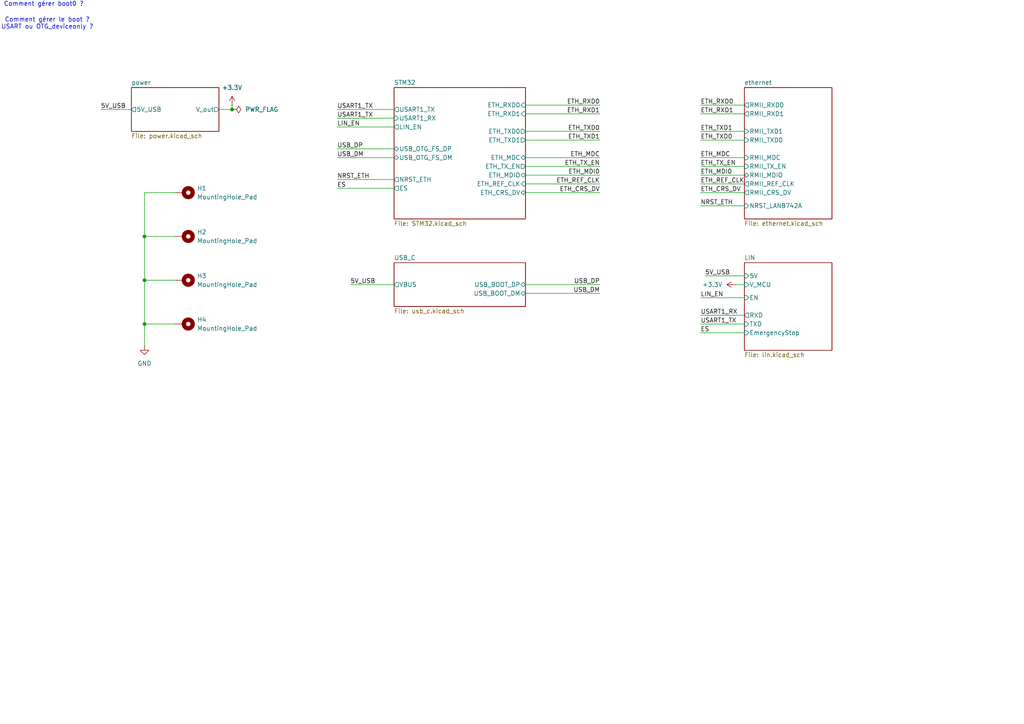
<source format=kicad_sch>
(kicad_sch (version 20231120) (generator "eeschema") (generator_version "8.0")
  (paper "A4")
  (title_block (title "Carte mère FabOS") (rev "1.0.0") (company "ENSEA"))
  (lib_symbols
    (symbol "Mechanical:MountingHole_Pad" (pin_numbers hide) (pin_names (offset 1.016) hide) (exclude_from_sim yes) (in_bom no)
      (property "Reference" "H" (at 0 6.35 0))
      (property "Value" "MountingHole_Pad" (at 0 4.445 0))
      (symbol "MountingHole_Pad_0_1"
        (circle (center 0 1.27) (radius 1.27) (stroke (width 1.27)))
      )
      (symbol "MountingHole_Pad_1_1"
        (pin input line (at 0 -2.54 90) (length 2.54) (name "1") (number "1"))
      )
    )
    (symbol "power:+3.3V" (power) (pin_numbers hide) (pin_names (offset 0) hide)
      (property "Value" "+3.3V" (at 0 3.556 0))
      (symbol "+3.3V_0_1"
        (polyline (pts (xy -0.762 1.27) (xy 0 2.54)))
        (polyline (pts (xy 0 0) (xy 0 2.54)))
        (polyline (pts (xy 0 2.54) (xy 0.762 1.27)))
      )
      (symbol "+3.3V_1_1"
        (pin power_in line (at 0 0 90) (length 0) (name "~") (number "1"))
      )
    )
    (symbol "power:GND" (power) (pin_numbers hide) (pin_names (offset 0) hide)
      (property "Value" "GND" (at 0 -3.81 0))
      (symbol "GND_0_1"
        (polyline (pts (xy 0 0) (xy 0 -1.27) (xy 1.27 -1.27) (xy 0 -2.54) (xy -1.27 -1.27) (xy 0 -1.27)))
      )
      (symbol "GND_1_1"
        (pin power_in line (at 0 0 270) (length 0) (name "~") (number "1"))
      )
    )
    (symbol "power:PWR_FLAG" (power) (pin_numbers hide) (pin_names (offset 0) hide)
      (property "Value" "PWR_FLAG" (at 0 3.81 0))
      (symbol "PWR_FLAG_0_0"
        (pin power_out line (at 0 0 90) (length 0) (name "~") (number "1"))
      )
      (symbol "PWR_FLAG_0_1"
        (polyline (pts (xy 0 0) (xy 0 1.27) (xy -1.016 1.905) (xy 0 2.54) (xy 1.016 1.905) (xy 0 1.27)))
      )
    )
  )
  (junction (at 41.91 93.98))
  (junction (at 41.91 68.58))
  (junction (at 41.91 81.28))
  (junction (at 67.31 31.75))
  (wire (pts (xy 97.79 36.83) (xy 114.3 36.83)))
  (wire (pts (xy 67.31 31.75) (xy 63.5 31.75)))
  (wire (pts (xy 203.2 59.69) (xy 215.9 59.69)))
  (wire (pts (xy 152.4 53.34) (xy 173.99 53.34)))
  (wire (pts (xy 97.79 31.75) (xy 114.3 31.75)))
  (wire (pts (xy 152.4 50.8) (xy 173.99 50.8)))
  (wire (pts (xy 204.47 80.01) (xy 215.9 80.01)))
  (wire (pts (xy 203.2 50.8) (xy 215.9 50.8)))
  (wire (pts (xy 152.4 33.02) (xy 173.99 33.02)))
  (wire (pts (xy 173.99 85.09) (xy 152.4 85.09)))
  (wire (pts (xy 203.2 86.36) (xy 215.9 86.36)))
  (wire (pts (xy 101.6 82.55) (xy 114.3 82.55)))
  (wire (pts (xy 97.79 43.18) (xy 114.3 43.18)))
  (wire (pts (xy 97.79 52.07) (xy 114.3 52.07)))
  (wire (pts (xy 152.4 40.64) (xy 173.99 40.64)))
  (wire (pts (xy 173.99 82.55) (xy 152.4 82.55)))
  (wire (pts (xy 152.4 55.88) (xy 173.99 55.88)))
  (wire (pts (xy 152.4 30.48) (xy 173.99 30.48)))
  (wire (pts (xy 213.36 82.55) (xy 215.9 82.55)))
  (wire (pts (xy 203.2 30.48) (xy 215.9 30.48)))
  (wire (pts (xy 152.4 38.1) (xy 173.99 38.1)))
  (wire (pts (xy 50.8 55.88) (xy 41.91 55.88)))
  (wire (pts (xy 97.79 45.72) (xy 114.3 45.72)))
  (wire (pts (xy 41.91 93.98) (xy 50.8 93.98)))
  (wire (pts (xy 41.91 68.58) (xy 41.91 81.28)))
  (wire (pts (xy 41.91 68.58) (xy 50.8 68.58)))
  (wire (pts (xy 203.2 96.52) (xy 215.9 96.52)))
  (wire (pts (xy 41.91 93.98) (xy 41.91 100.33)))
  (wire (pts (xy 203.2 91.44) (xy 215.9 91.44)))
  (wire (pts (xy 203.2 38.1) (xy 215.9 38.1)))
  (wire (pts (xy 41.91 81.28) (xy 50.8 81.28)))
  (wire (pts (xy 41.91 55.88) (xy 41.91 68.58)))
  (wire (pts (xy 29.21 31.75) (xy 38.1 31.75)))
  (wire (pts (xy 152.4 45.72) (xy 173.99 45.72)))
  (wire (pts (xy 203.2 40.64) (xy 215.9 40.64)))
  (wire (pts (xy 203.2 48.26) (xy 215.9 48.26)))
  (wire (pts (xy 41.91 81.28) (xy 41.91 93.98)))
  (wire (pts (xy 203.2 45.72) (xy 215.9 45.72)))
  (wire (pts (xy 215.9 55.88) (xy 203.2 55.88)))
  (wire (pts (xy 152.4 48.26) (xy 173.99 48.26)))
  (wire (pts (xy 97.79 54.61) (xy 114.3 54.61)))
  (wire (pts (xy 203.2 33.02) (xy 215.9 33.02)))
  (wire (pts (xy 203.2 93.98) (xy 215.9 93.98)))
  (wire (pts (xy 203.2 53.34) (xy 215.9 53.34)))
  (wire (pts (xy 67.31 30.48) (xy 67.31 31.75)))
  (wire (pts (xy 97.79 34.29) (xy 114.3 34.29)))
  (text "Comment gérer boot0 ?" (at 12.7 1.27 0) (effects (font (size 1.27 1.27))))
  (text "Comment gérer le boot ?\nUSART ou OTG_deviceonly ?\n" (at 13.716 6.858 0) (effects (font (size 1.27 1.27))))
  (label "ETH_MDI0" (at 203.2 50.8 0))
  (label "ETH_TXD1" (at 173.99 40.64 180))
  (label "LIN_EN" (at 203.2 86.36 0))
  (label "ETH_TX_EN" (at 173.99 48.26 180))
  (label "ETH_CRS_DV" (at 203.2 55.88 0))
  (label "ETH_CRS_DV" (at 173.99 55.88 180))
  (label "5V_USB" (at 204.47 80.01 0))
  (label "ES" (at 97.79 54.61 0))
  (label "ETH_TXD0" (at 173.99 38.1 180))
  (label "ETH_RXD1" (at 203.2 33.02 0))
  (label "5V_USB" (at 29.21 31.75 0))
  (label "ETH_MDC" (at 173.99 45.72 180))
  (label "ETH_RXD0" (at 173.99 30.48 180))
  (label "USB_DM" (at 173.99 85.09 180))
  (label "USART1_RX" (at 203.2 91.44 0))
  (label "ETH_RXD0" (at 203.2 30.48 0))
  (label "ES" (at 203.2 96.52 0))
  (label "USART1_TX" (at 97.79 31.75 0))
  (label "NRST_ETH" (at 97.79 52.07 0))
  (label "ETH_REF_CLK" (at 173.99 53.34 180))
  (label "5V_USB" (at 101.6 82.55 0))
  (label "ETH_TX_EN" (at 203.2 48.26 0))
  (label "ETH_MDI0" (at 173.99 50.8 180))
  (label "USB_DM" (at 97.79 45.72 0))
  (label "ETH_TXD0" (at 203.2 40.64 0))
  (label "ETH_REF_CLK" (at 203.2 53.34 0))
  (label "NRST_ETH" (at 203.2 59.69 0))
  (label "ETH_RXD1" (at 173.99 33.02 180))
  (label "ETH_MDC" (at 203.2 45.72 0))
  (label "LIN_EN" (at 97.79 36.83 0))
  (label "USB_DP" (at 173.99 82.55 180))
  (label "ETH_TXD1" (at 203.2 38.1 0))
  (label "USART1_TX" (at 97.79 34.29 0))
  (label "USART1_TX" (at 203.2 93.98 0))
  (label "USB_DP" (at 97.79 43.18 0))
  (symbol (lib_id "power:+3.3V") (at 67.31 30.48 0) (unit 1)
    (property "Reference" "#PWR0101" (effects (hide yes)))
    (property "Value" "+3.3V" (at 67.31 25.4 0))
    (property "Description" "Power symbol creates a global label with name \"+3.3V\"" (effects (hide yes)))
  )
  (symbol (lib_id "Mechanical:MountingHole_Pad") (at 53.34 55.88 270) (unit 1) (exclude_from_sim yes) (in_bom no)
    (property "Reference" "H1" (at 57.15 54.6099 90) (effects (justify left)))
    (property "Value" "MountingHole_Pad" (at 57.15 57.1499 90) (effects (justify left)))
    (property "Footprint" "MountingHole:MountingHole_3.2mm_M3_DIN965_Pad" (effects (hide yes)))
    (property "Description" "Mounting Hole with connection" (effects (hide yes)))
  )
  (symbol (lib_id "Mechanical:MountingHole_Pad") (at 53.34 81.28 270) (unit 1) (exclude_from_sim yes) (in_bom no)
    (property "Reference" "H3" (at 57.15 80.0099 90) (effects (justify left)))
    (property "Value" "MountingHole_Pad" (at 57.15 82.5499 90) (effects (justify left)))
    (property "Footprint" "MountingHole:MountingHole_3.2mm_M3_DIN965_Pad" (effects (hide yes)))
    (property "Description" "Mounting Hole with connection" (effects (hide yes)))
  )
  (symbol (lib_id "power:GND") (at 41.91 100.33 0) (unit 1)
    (property "Reference" "#PWR01" (effects (hide yes)))
    (property "Value" "GND" (at 41.91 105.41 0))
    (property "Description" "Power symbol creates a global label with name \"GND\" , ground" (effects (hide yes)))
  )
  (symbol (lib_id "power:PWR_FLAG") (at 67.31 31.75 270) (unit 1)
    (property "Reference" "#FLG01" (effects (hide yes)))
    (property "Value" "PWR_FLAG" (at 71.12 31.7499 90) (effects (justify left)))
    (property "Description" "Special symbol for telling ERC where power comes from" (effects (hide yes)))
  )
  (symbol (lib_id "Mechanical:MountingHole_Pad") (at 53.34 68.58 270) (unit 1) (exclude_from_sim yes) (in_bom no)
    (property "Reference" "H2" (at 57.15 67.3099 90) (effects (justify left)))
    (property "Value" "MountingHole_Pad" (at 57.15 69.8499 90) (effects (justify left)))
    (property "Footprint" "MountingHole:MountingHole_3.2mm_M3_DIN965_Pad" (effects (hide yes)))
    (property "Description" "Mounting Hole with connection" (effects (hide yes)))
  )
  (symbol (lib_id "Mechanical:MountingHole_Pad") (at 53.34 93.98 270) (unit 1) (exclude_from_sim yes) (in_bom no)
    (property "Reference" "H4" (at 57.15 92.7099 90) (effects (justify left)))
    (property "Value" "MountingHole_Pad" (at 57.15 95.2499 90) (effects (justify left)))
    (property "Footprint" "MountingHole:MountingHole_3.2mm_M3_DIN965_Pad" (effects (hide yes)))
    (property "Description" "Mounting Hole with connection" (effects (hide yes)))
  )
  (symbol (lib_id "power:+3.3V") (at 213.36 82.55 90) (unit 1)
    (property "Reference" "#PWR0103" (effects (hide yes)))
    (property "Value" "+3.3V" (at 209.55 82.5499 90) (effects (justify left)))
    (property "Description" "Power symbol creates a global label with name \"+3.3V\"" (effects (hide yes)))
  )
  (sheet (at 215.9 76.2) (size 25.4 25.4) (stroke (width 0.1524))
    (property "Sheetname" "LIN" (at 215.9 75.4884 0) (effects (justify left bottom)))
    (property "Sheetfile" "lin.kicad_sch" (at 215.9 102.1846 0) (effects (justify left top)))
    (pin "RXD" output (at 215.9 91.44 180))
    (pin "TXD" input (at 215.9 93.98 180))
    (pin "EN" input (at 215.9 86.36 180))
    (pin "EmergencyStop" input (at 215.9 96.52 180))
    (pin "V_MCU" input (at 215.9 82.55 180))
    (pin "5V" input (at 215.9 80.01 180))
  )
  (sheet (at 114.3 76.2) (size 38.1 12.7) (stroke (width 0.1524))
    (property "Sheetname" "USB_C" (at 114.3 75.4884 0) (effects (justify left bottom)))
    (property "Sheetfile" "usb_c.kicad_sch" (at 114.3 89.4846 0) (effects (justify left top)))
    (pin "USB_BOOT_DM" bidirectional (at 152.4 85.09 0))
    (pin "USB_BOOT_DP" bidirectional (at 152.4 82.55 0))
    (pin "VBUS" output (at 114.3 82.55 180))
  )
  (sheet (at 215.9 25.4) (size 25.4 38.1) (stroke (width 0.1524))
    (property "Sheetname" "ethernet" (at 215.9 24.6884 0) (effects (justify left bottom)))
    (property "Sheetfile" "ethernet.kicad_sch" (at 215.9 64.0846 0) (effects (justify left top)))
    (pin "RMII_MDIO" bidirectional (at 215.9 50.8 180))
    (pin "RMII_MDC" input (at 215.9 45.72 180))
    (pin "RMII_REF_CLK" output (at 215.9 53.34 180))
    (pin "RMII_TXD0" input (at 215.9 40.64 180))
    (pin "RMII_TX_EN" input (at 215.9 48.26 180))
    (pin "RMII_RXD0" output (at 215.9 30.48 180))
    (pin "RMII_TXD1" input (at 215.9 38.1 180))
    (pin "RMII_RXD1" output (at 215.9 33.02 180))
    (pin "RMII_CRS_DV" output (at 215.9 55.88 180))
    (pin "NRST_LAN8742A" input (at 215.9 59.69 180))
  )
  (sheet (at 38.1 25.4) (size 25.4 12.7) (stroke (width 0.1524))
    (property "Sheetname" "power" (at 38.1 24.6884 0) (effects (justify left bottom)))
    (property "Sheetfile" "power.kicad_sch" (at 38.1 38.6846 0) (effects (justify left top)))
    (pin "5V_USB" output (at 38.1 31.75 180))
    (pin "V_out" output (at 63.5 31.75 0))
  )
  (sheet (at 114.3 25.4) (size 38.1 38.1) (stroke (width 0.1524))
    (property "Sheetname" "STM32" (at 114.3 24.6884 0) (effects (justify left bottom)))
    (property "Sheetfile" "STM32.kicad_sch" (at 114.3 64.0846 0) (effects (justify left top)))
    (pin "ETH_RXD1" input (at 152.4 33.02 0))
    (pin "ETH_MDC" bidirectional (at 152.4 45.72 0))
    (pin "ETH_RXD0" input (at 152.4 30.48 0))
    (pin "ETH_TX_EN" output (at 152.4 48.26 0))
    (pin "ETH_TXD0" output (at 152.4 38.1 0))
    (pin "ETH_TXD1" output (at 152.4 40.64 0))
    (pin "USART1_TX" output (at 114.3 31.75 180))
    (pin "USART1_RX" input (at 114.3 34.29 180))
    (pin "ETH_CRS_DV" bidirectional (at 152.4 55.88 0))
    (pin "USB_OTG_FS_DP" bidirectional (at 114.3 43.18 180))
    (pin "ETH_REF_CLK" input (at 152.4 53.34 0))
    (pin "ETH_MDIO" bidirectional (at 152.4 50.8 0))
    (pin "LIN_EN" output (at 114.3 36.83 180))
    (pin "ES" output (at 114.3 54.61 180))
    (pin "NRST_ETH" output (at 114.3 52.07 180))
    (pin "USB_OTG_FS_DM" bidirectional (at 114.3 45.72 180))
  )
)
</source>
